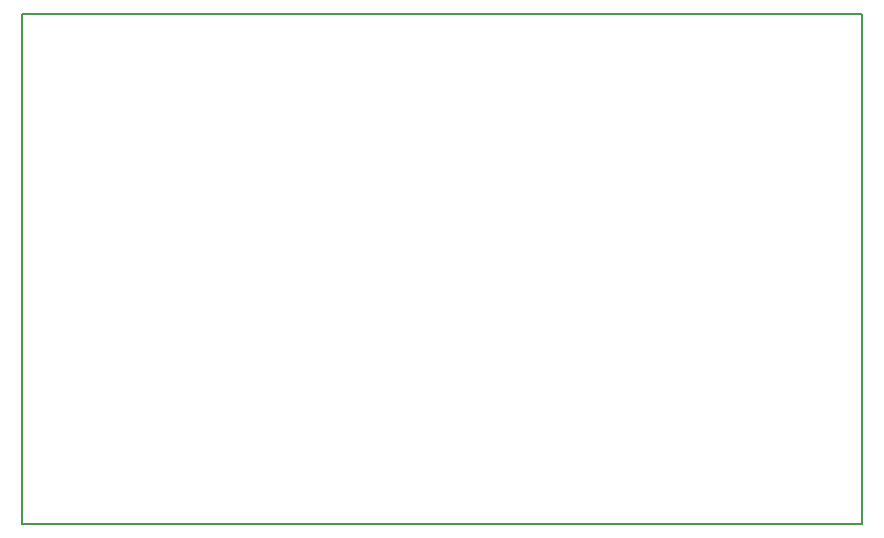
<source format=gbr>
%TF.GenerationSoftware,KiCad,Pcbnew,6.0.6-3a73a75311~116~ubuntu20.04.1*%
%TF.CreationDate,2022-07-29T20:39:59-07:00*%
%TF.ProjectId,ALUMux,414c554d-7578-42e6-9b69-6361645f7063,rev?*%
%TF.SameCoordinates,Original*%
%TF.FileFunction,Profile,NP*%
%FSLAX46Y46*%
G04 Gerber Fmt 4.6, Leading zero omitted, Abs format (unit mm)*
G04 Created by KiCad (PCBNEW 6.0.6-3a73a75311~116~ubuntu20.04.1) date 2022-07-29 20:39:59*
%MOMM*%
%LPD*%
G01*
G04 APERTURE LIST*
%TA.AperFunction,Profile*%
%ADD10C,0.200000*%
%TD*%
G04 APERTURE END LIST*
D10*
X119380000Y-147320000D02*
X190500000Y-147320000D01*
X190500000Y-147320000D02*
X190500000Y-104140000D01*
X190500000Y-104140000D02*
X119380000Y-104140000D01*
X119380000Y-104140000D02*
X119380000Y-147320000D01*
M02*

</source>
